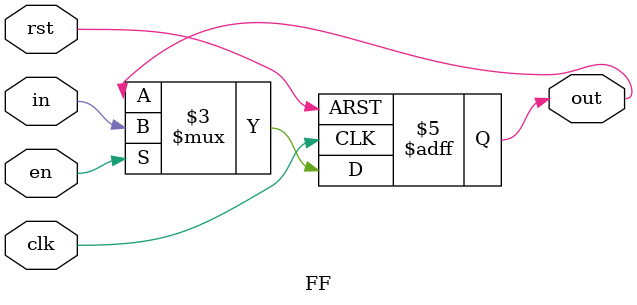
<source format=sv>
module FF(
	input        clk,
	input        rst,
    input        en,
	input        in,
	output logic out);

	always @(posedge clk or posedge rst) begin
		if(rst) begin
			out <= 0;
		end else if(en)
			out <= in;
            else
            out <= out;
	end
endmodule
</source>
